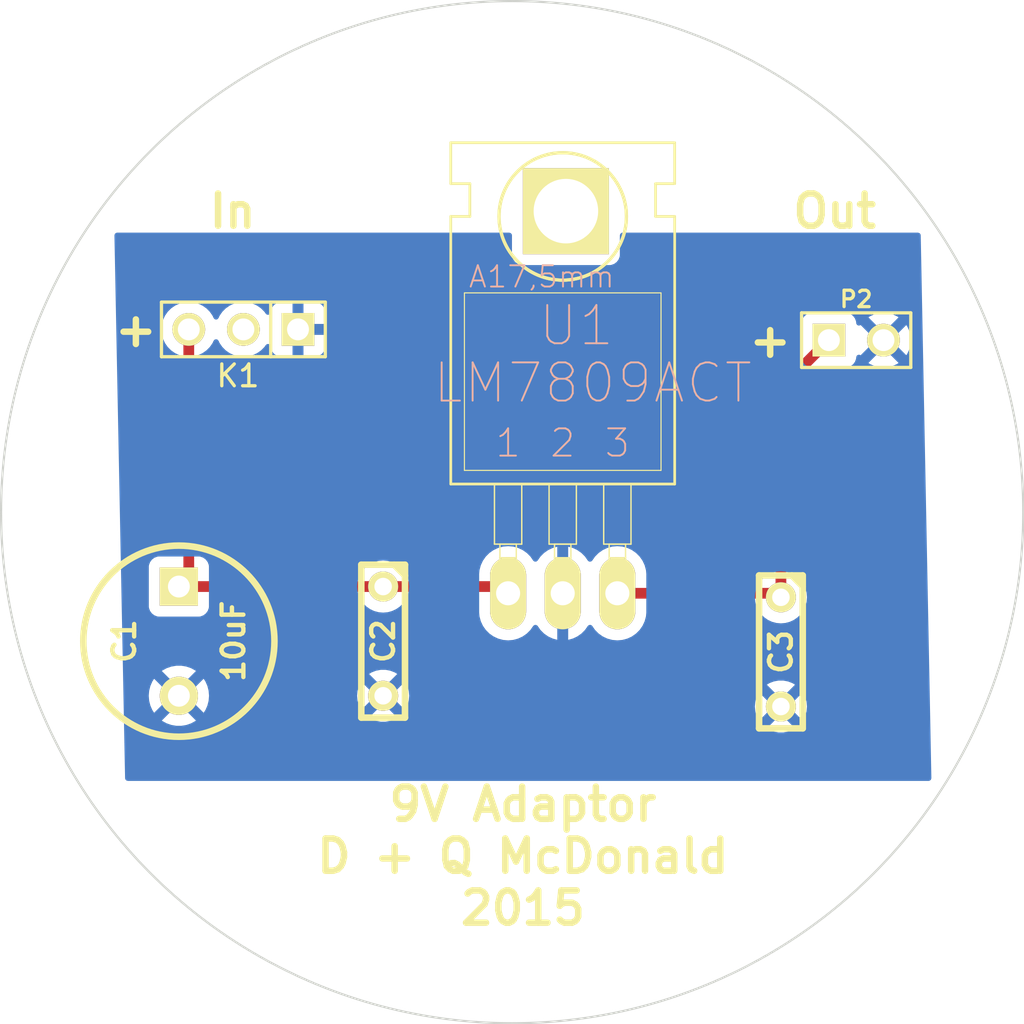
<source format=kicad_pcb>
(kicad_pcb (version 20221018) (generator pcbnew)
  (layers (0 "F.Cu" signal) (31 "B.Cu" signal) (34 "B.Paste" user) (35 "F.Paste" user) (36 "B.SilkS" user) (37 "F.SilkS" user) (38 "B.Mask" user) (39 "F.Mask" user) (44 "Edge.Cuts" user))
  (net 0 "")
  (net 1 "Net-(C1-Pad1)")
  (net 2 "Net-(C1-Pad2)")
  (net 3 "Net-(C3-Pad1)")
  (net 4 "Net-(K1-Pad2)")
  (footprint "discret:C2" (layer "F.Cu") (at 174 126 -90)
    (fp_text reference "C2" (at 0 0 270) (layer "F.SilkS") (effects (font (size 1.016 1.016) (thickness 0.2032))))
    (fp_text value "0.1uF" hide)
    (fp_line (start -3.556 -1.016) (end 3.556 -1.016) (stroke (width 0.3048)) (layer "F.SilkS"))
    (fp_line (start -3.556 -0.508) (end -3.048 -1.016) (stroke (width 0.3048)) (layer "F.SilkS"))
    (fp_line (start -3.556 1.016) (end -3.556 -1.016) (stroke (width 0.3048)) (layer "F.SilkS"))
    (fp_line (start 3.556 -1.016) (end 3.556 1.016) (stroke (width 0.3048)) (layer "F.SilkS"))
    (fp_line (start 3.556 1.016) (end -3.556 1.016) (stroke (width 0.3048)) (layer "F.SilkS"))
    (pad "1" thru_hole circle (at -2.54 0 270) (size 1.397 1.397) (drill 0.8128) (layers "*.Cu" "*.Mask" "F.SilkS") (net 1 "Net-(C1-Pad1)"))
    (pad "2" thru_hole circle (at 2.54 0 270) (size 1.397 1.397) (drill 0.8128) (layers "*.Cu" "*.Mask" "F.SilkS") (net 2 "Net-(C1-Pad2)"))
  )
  (footprint "discret:C2" (layer "F.Cu") (at 192.5 126.5 -90)
    (fp_text reference "C3" (at 0 0 270) (layer "F.SilkS") (effects (font (size 1.016 1.016) (thickness 0.2032))))
    (fp_text value "0.1uF" hide)
    (fp_line (start -3.556 -1.016) (end 3.556 -1.016) (stroke (width 0.3048)) (layer "F.SilkS"))
    (fp_line (start -3.556 -0.508) (end -3.048 -1.016) (stroke (width 0.3048)) (layer "F.SilkS"))
    (fp_line (start -3.556 1.016) (end -3.556 -1.016) (stroke (width 0.3048)) (layer "F.SilkS"))
    (fp_line (start 3.556 -1.016) (end 3.556 1.016) (stroke (width 0.3048)) (layer "F.SilkS"))
    (fp_line (start 3.556 1.016) (end -3.556 1.016) (stroke (width 0.3048)) (layer "F.SilkS"))
    (pad "1" thru_hole circle (at -2.54 0 270) (size 1.397 1.397) (drill 0.8128) (layers "*.Cu" "*.Mask" "F.SilkS") (net 3 "Net-(C3-Pad1)"))
    (pad "2" thru_hole circle (at 2.54 0 270) (size 1.397 1.397) (drill 0.8128) (layers "*.Cu" "*.Mask" "F.SilkS") (net 2 "Net-(C1-Pad2)"))
  )
  (footprint "pin_array:PIN_ARRAY_2X1" (layer "F.Cu") (at 196 112)
    (fp_text reference "P2" (at 0 -1.905) (layer "F.SilkS") (effects (font (size 0.762 0.762) (thickness 0.1524))))
    (fp_text value "CONN_2" hide)
    (fp_line (start -2.54 -1.27) (end 2.54 -1.27) (stroke (width 0.1524)) (layer "F.SilkS"))
    (fp_line (start -2.54 1.27) (end -2.54 -1.27) (stroke (width 0.1524)) (layer "F.SilkS"))
    (fp_line (start 2.54 -1.27) (end 2.54 1.27) (stroke (width 0.1524)) (layer "F.SilkS"))
    (fp_line (start 2.54 1.27) (end -2.54 1.27) (stroke (width 0.1524)) (layer "F.SilkS"))
    (pad "1" thru_hole rect (at -1.27 0) (size 1.524 1.524) (drill 1.016) (layers "*.Cu" "*.Mask" "F.SilkS") (net 3 "Net-(C3-Pad1)"))
    (pad "2" thru_hole circle (at 1.27 0) (size 1.524 1.524) (drill 1.016) (layers "*.Cu" "*.Mask" "F.SilkS") (net 2 "Net-(C1-Pad2)"))
  )
  (footprint "ref-packages:-TO220" (layer "F.Cu") (at 182.352116 117.422501)
    (fp_text reference "U1" (at 0.635 -6.096) (layer "B.SilkS") (effects (font (size 1.778 1.778) (thickness 0.0889))))
    (fp_text value "LM7809ACT" (at 1.397 -3.429) (layer "B.SilkS") (effects (font (size 1.778 1.778) (thickness 0.0889))))
    (fp_text user "1" (at -2.54 -0.635) (layer "B.SilkS") (effects (font (size 1.27 1.27) (thickness 0.0889))))
    (fp_text user "A17,5mm" (at -0.9779 -8.3693) (layer "B.SilkS") (effects (font (size 0.9906 0.9906) (thickness 0.0889))))
    (fp_text user "2" (at 0 -0.635) (layer "B.SilkS") (effects (font (size 1.27 1.27) (thickness 0.0889))))
    (fp_text user "3" (at 2.54 -0.635) (layer "B.SilkS") (effects (font (size 1.27 1.27) (thickness 0.0889))))
    (fp_line (start -5.207 -12.7) (end -5.207 -14.605) (stroke (width 0.127)) (layer "F.SilkS"))
    (fp_line (start -5.207 -11.176) (end -4.318 -11.176) (stroke (width 0.127)) (layer "F.SilkS"))
    (fp_line (start -5.207 1.27) (end -5.207 -11.176) (stroke (width 0.127)) (layer "F.SilkS"))
    (fp_line (start -5.207 1.27) (end 5.207 1.27) (stroke (width 0.127)) (layer "F.SilkS"))
    (fp_line (start -4.572 0.635) (end -4.572 -7.62) (stroke (width 0.0508)) (layer "F.SilkS"))
    (fp_line (start -4.572 0.635) (end 4.572 0.635) (stroke (width 0.0508)) (layer "F.SilkS"))
    (fp_line (start -4.318 -12.7) (end -5.207 -12.7) (stroke (width 0.127)) (layer "F.SilkS"))
    (fp_line (start -4.318 -11.176) (end -4.318 -12.7) (stroke (width 0.127)) (layer "F.SilkS"))
    (fp_line (start -3.175 1.27) (end -1.905 1.27) (stroke (width 0.06604)) (layer "F.SilkS"))
    (fp_line (start -3.175 4.064) (end -3.175 1.27) (stroke (width 0.06604)) (layer "F.SilkS"))
    (fp_line (start -3.175 4.064) (end -1.905 4.064) (stroke (width 0.06604)) (layer "F.SilkS"))
    (fp_line (start -2.921 4.064) (end -2.159 4.064) (stroke (width 0.06604)) (layer "F.SilkS"))
    (fp_line (start -2.921 4.699) (end -2.921 4.064) (stroke (width 0.06604)) (layer "F.SilkS"))
    (fp_line (start -2.921 4.699) (end -2.159 4.699) (stroke (width 0.06604)) (layer "F.SilkS"))
    (fp_line (start -2.921 4.699) (end -2.159 4.699) (stroke (width 0.06604)) (layer "F.SilkS"))
    (fp_line (start -2.921 6.604) (end -2.921 4.699) (stroke (width 0.06604)) (layer "F.SilkS"))
    (fp_line (start -2.921 6.604) (end -2.159 6.604) (stroke (width 0.06604)) (layer "F.SilkS"))
    (fp_line (start -2.159 4.699) (end -2.159 4.064) (stroke (width 0.06604)) (layer "F.SilkS"))
    (fp_line (start -2.159 6.604) (end -2.159 4.699) (stroke (width 0.06604)) (layer "F.SilkS"))
    (fp_line (start -1.905 4.064) (end -1.905 1.27) (stroke (width 0.06604)) (layer "F.SilkS"))
    (fp_line (start -1.651 -11.176) (end 1.651 -11.176) (stroke (width 0.127)) (layer "F.SilkS"))
    (fp_line (start -0.635 1.27) (end 0.635 1.27) (stroke (width 0.06604)) (layer "F.SilkS"))
    (fp_line (start -0.635 4.064) (end -0.635 1.27) (stroke (width 0.06604)) (layer "F.SilkS"))
    (fp_line (start -0.635 4.064) (end 0.635 4.064) (stroke (width 0.06604)) (layer "F.SilkS"))
    (fp_line (start -0.381 4.064) (end 0.381 4.064) (stroke (width 0.06604)) (layer "F.SilkS"))
    (fp_line (start -0.381 4.699) (end -0.381 4.064) (stroke (width 0.06604)) (layer "F.SilkS"))
    (fp_line (start -0.381 4.699) (end 0.381 4.699) (stroke (width 0.06604)) (layer "F.SilkS"))
    (fp_line (start -0.381 4.699) (end 0.381 4.699) (stroke (width 0.06604)) (layer "F.SilkS"))
    (fp_line (start -0.381 6.604) (end -0.381 4.699) (stroke (width 0.06604)) (layer "F.SilkS"))
    (fp_line (start -0.381 6.604) (end 0.381 6.604) (stroke (width 0.06604)) (layer "F.SilkS"))
    (fp_line (start 0 -9.525) (end 0 -12.827) (stroke (width 0.127)) (layer "F.SilkS"))
    (fp_line (start 0.381 4.699) (end 0.381 4.064) (stroke (width 0.06604)) (layer "F.SilkS"))
    (fp_line (start 0.381 6.604) (end 0.381 4.699) (stroke (width 0.06604)) (layer "F.SilkS"))
    (fp_line (start 0.635 4.064) (end 0.635 1.27) (stroke (width 0.06604)) (layer "F.SilkS"))
    (fp_line (start 1.905 1.27) (end 3.175 1.27) (stroke (width 0.06604)) (layer "F.SilkS"))
    (fp_line (start 1.905 4.064) (end 1.905 1.27) (stroke (width 0.06604)) (layer "F.SilkS"))
    (fp_line (start 1.905 4.064) (end 3.175 4.064) (stroke (width 0.06604)) (layer "F.SilkS"))
    (fp_line (start 2.159 4.064) (end 2.921 4.064) (stroke (width 0.06604)) (layer "F.SilkS"))
    (fp_line (start 2.159 4.699) (end 2.159 4.064) (stroke (width 0.06604)) (layer "F.SilkS"))
    (fp_line (start 2.159 4.699) (end 2.921 4.699) (stroke (width 0.06604)) (layer "F.SilkS"))
    (fp_line (start 2.159 4.699) (end 2.921 4.699) (stroke (width 0.06604)) (layer "F.SilkS"))
    (fp_line (start 2.159 6.604) (end 2.159 4.699) (stroke (width 0.06604)) (layer "F.SilkS"))
    (fp_line (start 2.159 6.604) (end 2.921 6.604) (stroke (width 0.06604)) (layer "F.SilkS"))
    (fp_line (start 2.921 4.699) (end 2.921 4.064) (stroke (width 0.06604)) (layer "F.SilkS"))
    (fp_line (start 2.921 6.604) (end 2.921 4.699) (stroke (width 0.06604)) (layer "F.SilkS"))
    (fp_line (start 3.175 4.064) (end 3.175 1.27) (stroke (width 0.06604)) (layer "F.SilkS"))
    (fp_line (start 4.318 -12.7) (end 5.207 -12.7) (stroke (width 0.127)) (layer "F.SilkS"))
    (fp_line (start 4.318 -11.176) (end 4.318 -12.7) (stroke (width 0.127)) (layer "F.SilkS"))
    (fp_line (start 4.572 -7.62) (end -4.572 -7.62) (stroke (width 0.0508)) (layer "F.SilkS"))
    (fp_line (start 4.572 -7.62) (end 4.572 0.635) (stroke (width 0.0508)) (layer "F.SilkS"))
    (fp_line (start 5.207 -14.605) (end -5.207 -14.605) (stroke (width 0.127)) (layer "F.SilkS"))
    (fp_line (start 5.207 -12.7) (end 5.207 -14.605) (stroke (width 0.127)) (layer "F.SilkS"))
    (fp_line (start 5.207 -11.176) (end 4.318 -11.176) (stroke (width 0.127)) (layer "F.SilkS"))
    (fp_line (start 5.207 1.27) (end 5.207 -11.176) (stroke (width 0.127)) (layer "F.SilkS"))
    (fp_circle (center 0 -11.176) (end -2.0955 -13.2715) (stroke (width 0.15)) (fill none) (layer "F.SilkS"))
    (fp_circle (center 0 -11.176) (end -2.0955 -13.2715) (stroke (width 0.15)) (fill none) (layer "F.SilkS"))
    (fp_circle (center 0 -11.176) (end -0.89916 -12.07516) (stroke (width 0.0635)) (fill none) (layer "F.SilkS"))
    (fp_circle (center 0 -11.176) (end -0.8255 -12.0015) (stroke (width 0.127)) (fill none) (layer "F.SilkS"))
    (pad "1" thru_hole oval (at -2.54 6.35) (size 1.6764 3.3528) (drill 1.1176) (layers "*.Cu" "F.Paste" "F.SilkS" "F.Mask") (net 1 "Net-(C1-Pad1)"))
    (pad "2" thru_hole oval (at 0 6.35) (size 1.6764 3.3528) (drill 1.1176) (layers "*.Cu" "F.Paste" "F.SilkS" "F.Mask") (net 2 "Net-(C1-Pad2)"))
    (pad "3" thru_hole oval (at 2.54 6.35) (size 1.6764 3.3528) (drill 1.1176) (layers "*.Cu" "F.Paste" "F.SilkS" "F.Mask") (net 3 "Net-(C3-Pad1)"))
  )
  (footprint "discret:C2V8" (layer "F.Cu") (at 164.5 126 -90)
    (fp_text reference "C1" (at 0 2.54 270) (layer "F.SilkS") (effects (font (size 1.016 1.016) (thickness 0.2032))))
    (fp_text value "10uF" (at 0 -2.54 270) (layer "F.SilkS") (effects (font (size 1.016 1.016) (thickness 0.2032))))
    (fp_circle (center 0 0) (end -4.445 0) (stroke (width 0.3048)) (fill none) (layer "F.SilkS"))
    (pad "1" thru_hole rect (at -2.54 0 270) (size 1.778 1.778) (drill 1.016) (layers "*.Cu" "*.Mask" "F.SilkS") (net 1 "Net-(C1-Pad1)"))
    (pad "2" thru_hole circle (at 2.54 0 270) (size 1.778 1.778) (drill 1.016) (layers "*.Cu" "*.Mask" "F.SilkS") (net 2 "Net-(C1-Pad2)"))
  )
  (footprint "pin_array:PIN_ARRAY_3X1" (layer "F.Cu") (at 167.5 111.5 180)
    (fp_text reference "K1" (at 0.254 -2.159 180) (layer "F.SilkS") (effects (font (size 1.016 1.016) (thickness 0.1524))))
    (fp_text value "CONN_3" hide)
    (fp_line (start -3.81 -1.27) (end 3.81 -1.27) (stroke (width 0.1524)) (layer "F.SilkS"))
    (fp_line (start -3.81 1.27) (end -3.81 -1.27) (stroke (width 0.1524)) (layer "F.SilkS"))
    (fp_line (start -1.27 -1.27) (end -1.27 1.27) (stroke (width 0.1524)) (layer "F.SilkS"))
    (fp_line (start 3.81 -1.27) (end 3.81 1.27) (stroke (width 0.1524)) (layer "F.SilkS"))
    (fp_line (start 3.81 1.27) (end -3.81 1.27) (stroke (width 0.1524)) (layer "F.SilkS"))
    (pad "1" thru_hole rect (at -2.54 0 180) (size 1.524 1.524) (drill 1.016) (layers "*.Cu" "*.Mask" "F.SilkS") (net 2 "Net-(C1-Pad2)"))
    (pad "2" thru_hole circle (at 0 0 180) (size 1.524 1.524) (drill 1.016) (layers "*.Cu" "*.Mask" "F.SilkS") (net 4 "Net-(K1-Pad2)"))
    (pad "3" thru_hole circle (at 2.54 0 180) (size 1.524 1.524) (drill 1.016) (layers "*.Cu" "*.Mask" "F.SilkS") (net 1 "Net-(C1-Pad1)"))
  )
  (footprint "pin_array:PIN_ARRAY_1" (layer "F.Cu") (at 182.5 106)
    (fp_text reference "" (at 0 -1.905) (layer "F.SilkS") (effects (font (size 0.762 0.762) (thickness 0.1524))))
    (fp_text value "Val**" hide)
    (fp_line (start -1.27 -1.27) (end 1.27 -1.27) (stroke (width 0.1524)) (layer "F.SilkS"))
    (fp_line (start -1.27 1.27) (end -1.27 -1.27) (stroke (width 0.1524)) (layer "F.SilkS"))
    (fp_line (start 1.27 -1.27) (end 1.27 1.27) (stroke (width 0.1524)) (layer "F.SilkS"))
    (fp_line (start 1.27 1.27) (end -1.27 1.27) (stroke (width 0.1524)) (layer "F.SilkS"))
    (pad "1" thru_hole rect (at 0 0) (size 4 4) (drill 3) (layers "*.Cu" "*.Mask" "F.SilkS"))
  )
  (gr_circle (center 180 120) (end 202 129) (stroke (width 0.1)) (fill none) (layer "Edge.Cuts"))
  (gr_text "100nF" (at 177 126 90) (layer "F.Cu") (effects (font (size 1.5 1.5) (thickness 0.3))))
  (gr_text "100nF" (at 196 126.5 90) (layer "F.Cu") (effects (font (size 1.5 1.5) (thickness 0.3))))
  (gr_text "+" (at 192 112) (layer "F.SilkS") (effects (font (size 1.5 1.5) (thickness 0.3))))
  (gr_text "Out" (at 195 106) (layer "F.SilkS") (effects (font (size 1.5 1.5) (thickness 0.3))))
  (gr_text "9V Adaptor\nD + Q McDonald\n2015" (at 180.5 136) (layer "F.SilkS") (effects (font (size 1.5 1.5) (thickness 0.3))))
  (gr_text "In" (at 167 106) (layer "F.SilkS") (effects (font (size 1.5 1.5) (thickness 0.3))))
  (gr_text "+" (at 162.5 111.5) (layer "F.SilkS") (effects (font (size 1.5 1.5) (thickness 0.3))))
  (segment (start 164.96 123) (end 164.5 123.46) (width 0.5) (layer "F.Cu") (net 1))
  (segment (start 179.499615 123.46) (end 179.812116 123.772501) (width 0.5) (layer "F.Cu") (net 1))
  (segment (start 164.96 111.5) (end 164.96 123) (width 0.5) (layer "F.Cu") (net 1))
  (segment (start 174 123.46) (end 179.499615 123.46) (width 0.5) (layer "F.Cu") (net 1))
  (segment (start 164.5 123.46) (end 174 123.46) (width 0.5) (layer "F.Cu") (net 1))
  (segment (start 192.312501 123.772501) (end 192.5 123.96) (width 0.5) (layer "F.Cu") (net 3))
  (segment (start 192.5 114.23) (end 194.73 112) (width 0.5) (layer "F.Cu") (net 3))
  (segment (start 184.892116 123.772501) (end 192.312501 123.772501) (width 0.5) (layer "F.Cu") (net 3))
  (segment (start 192.5 123.96) (end 192.5 114.23) (width 0.5) (layer "F.Cu") (net 3))
  (zone (net 2) (net_name "Net-(C1-Pad2)") (layer "B.Cu") (connect_pads (clearance 0.508)) (min_thickness 0.254) (fill yes (thermal_gap 0.508) (thermal_bridge_width 0.508))
    (polygon (pts (xy 199.5 132.5) (xy 162 132.5) (xy 161.5 107) (xy 199 107)))
  )
)
</source>
